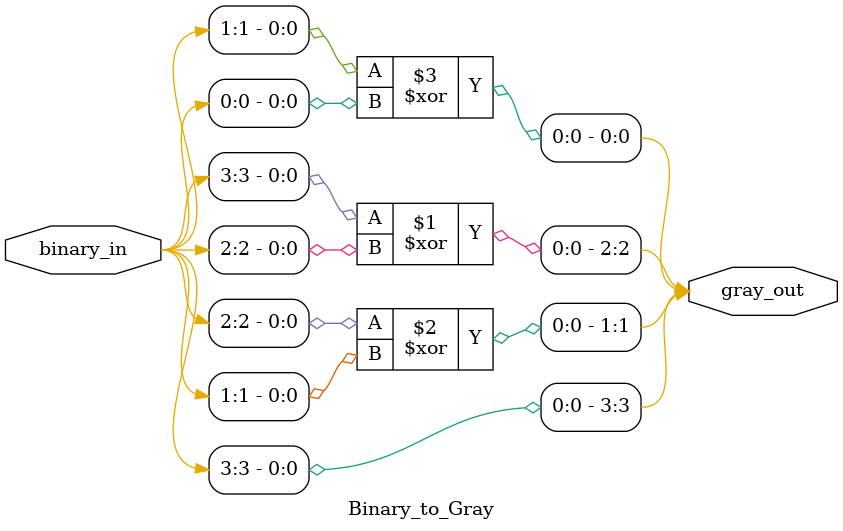
<source format=v>
module Binary_to_Gray (
    input  wire [3:0] binary_in,
    output wire [3:0] gray_out
);

// Insira seu codigo aqui
assign gray_out[3] = binary_in[3];
assign gray_out[2] = binary_in[3] ^ binary_in[2];
assign gray_out[1] = binary_in[2] ^ binary_in[1];
assign gray_out[0] = binary_in[1] ^ binary_in[0];


endmodule



</source>
